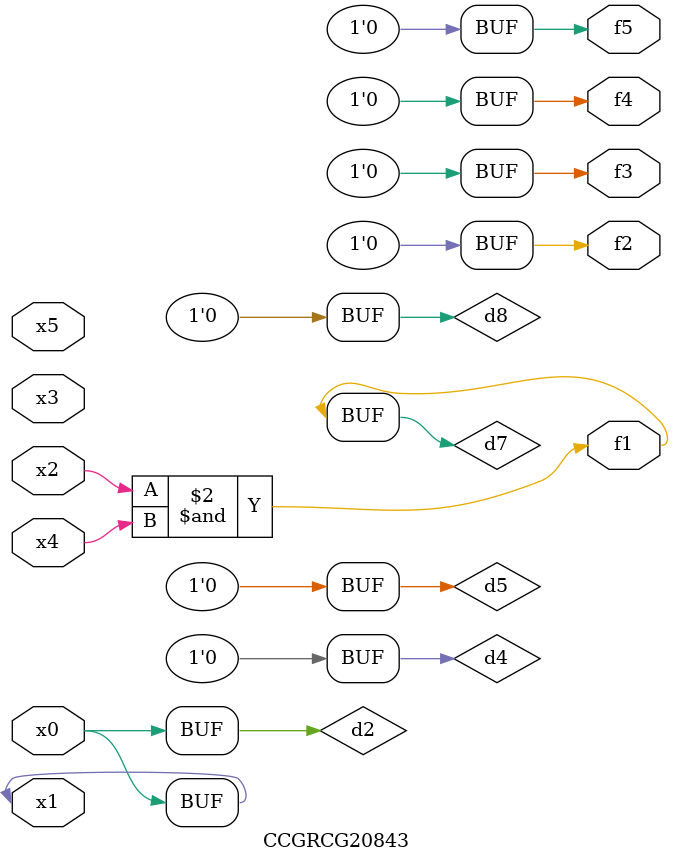
<source format=v>
module CCGRCG20843(
	input x0, x1, x2, x3, x4, x5,
	output f1, f2, f3, f4, f5
);

	wire d1, d2, d3, d4, d5, d6, d7, d8, d9;

	nand (d1, x1);
	buf (d2, x0, x1);
	nand (d3, x2, x4);
	and (d4, d1, d2);
	and (d5, d1, d2);
	nand (d6, d1, d3);
	not (d7, d3);
	xor (d8, d5);
	nor (d9, d5, d6);
	assign f1 = d7;
	assign f2 = d8;
	assign f3 = d8;
	assign f4 = d8;
	assign f5 = d8;
endmodule

</source>
